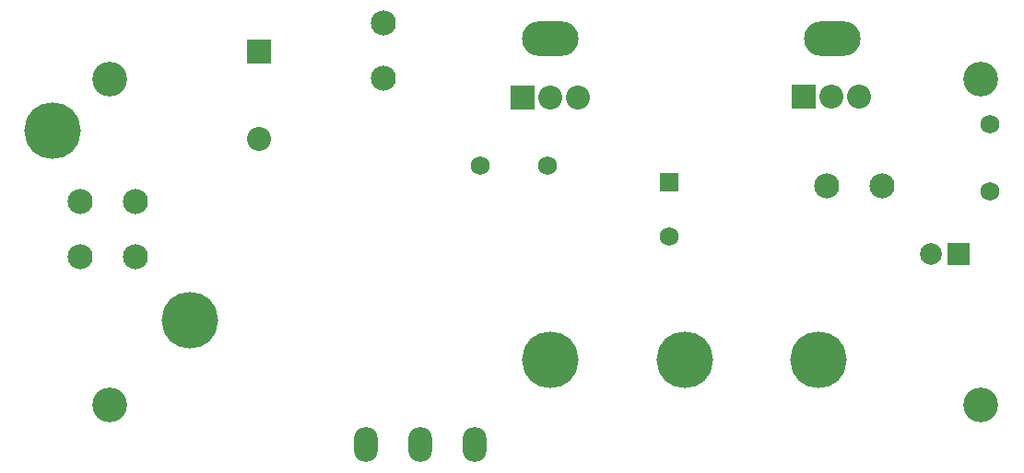
<source format=gts>
%FSLAX43Y43*%
%MOMM*%
G71*
G01*
G75*
G04 Layer_Color=8388736*
%ADD10C,3.000*%
%ADD11C,0.254*%
%ADD12C,2.000*%
%ADD13C,1.000*%
%ADD14C,5.000*%
%ADD15O,5.000X3.000*%
%ADD16C,1.800*%
%ADD17R,1.800X1.800*%
%ADD18R,2.000X2.000*%
%ADD19C,2.000*%
%ADD20R,2.000X2.000*%
%ADD21C,1.524*%
%ADD22R,1.524X1.524*%
%ADD23C,2.100*%
%ADD24O,2.000X3.000*%
%ADD25C,3.000*%
%ADD26C,0.200*%
%ADD27C,0.100*%
%ADD28C,0.500*%
%ADD29C,5.203*%
%ADD30O,5.203X3.203*%
%ADD31C,2.003*%
%ADD32R,2.003X2.003*%
%ADD33R,2.203X2.203*%
%ADD34C,2.203*%
%ADD35R,2.203X2.203*%
%ADD36C,1.727*%
%ADD37R,1.727X1.727*%
%ADD38C,2.303*%
%ADD39O,2.203X3.203*%
%ADD40C,3.203*%
D29*
X75095Y14097D02*
D03*
X50457D02*
D03*
X62776D02*
D03*
X4737Y35179D02*
D03*
X17310Y17780D02*
D03*
D30*
X76365Y43691D02*
D03*
X50457D02*
D03*
D31*
X85382Y23876D02*
D03*
D32*
X87922D02*
D03*
D33*
X73698Y38354D02*
D03*
X47917Y38227D02*
D03*
D34*
X76238Y38354D02*
D03*
X78778D02*
D03*
X52997Y38227D02*
D03*
X50457D02*
D03*
X23660Y34481D02*
D03*
D35*
Y42481D02*
D03*
D36*
X61379Y25440D02*
D03*
X50203Y32004D02*
D03*
X43980D02*
D03*
X90843Y29591D02*
D03*
Y35814D02*
D03*
D37*
X61379Y30440D02*
D03*
D38*
X75857Y30099D02*
D03*
X80937D02*
D03*
X35090Y40005D02*
D03*
Y45085D02*
D03*
X7277Y28702D02*
D03*
Y23622D02*
D03*
X12357Y28702D02*
D03*
Y23622D02*
D03*
D39*
X33519Y6350D02*
D03*
X38519D02*
D03*
X43519D02*
D03*
D40*
X90000Y9962D02*
D03*
Y39962D02*
D03*
X10000Y9962D02*
D03*
Y39962D02*
D03*
M02*

</source>
